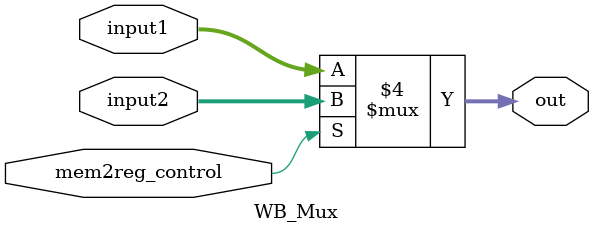
<source format=v>
module WB_Mux
(
  input [63:0] input1,
  input [63:0] input2,
  input mem2reg_control,
  output reg [63:0] out
);
  always @(*) begin
    if (mem2reg_control == 0) begin
      out <= input1;
    end

    else begin
      out <= input2;
    end
  end
endmodule

/*
module WB_Mux_testbench();
    reg clk;
    reg [31:0] input1;
    reg [31:0] input2;
    reg mem2reg_control;
    wire [31:0] out;

    WB_Mux dut(input1, input2, mem2reg_control, out);

    // set up the clock 
    parameter CLOCK_PERIOD=100;
    initial begin
        clk = 0;
        forever #(CLOCK_PERIOD/2) clk <= ~clk;
    end

    initial begin
        input1 = 8; input2 = 24; mem2reg_control = 0; @(posedge clk);
        @(posedge clk); @(posedge clk);
        input1 = 8; input2 = 24; mem2reg_control = 1; @(posedge clk);
        @(posedge clk); @(posedge clk);
    $stop;
    end
endmodule
*/
</source>
